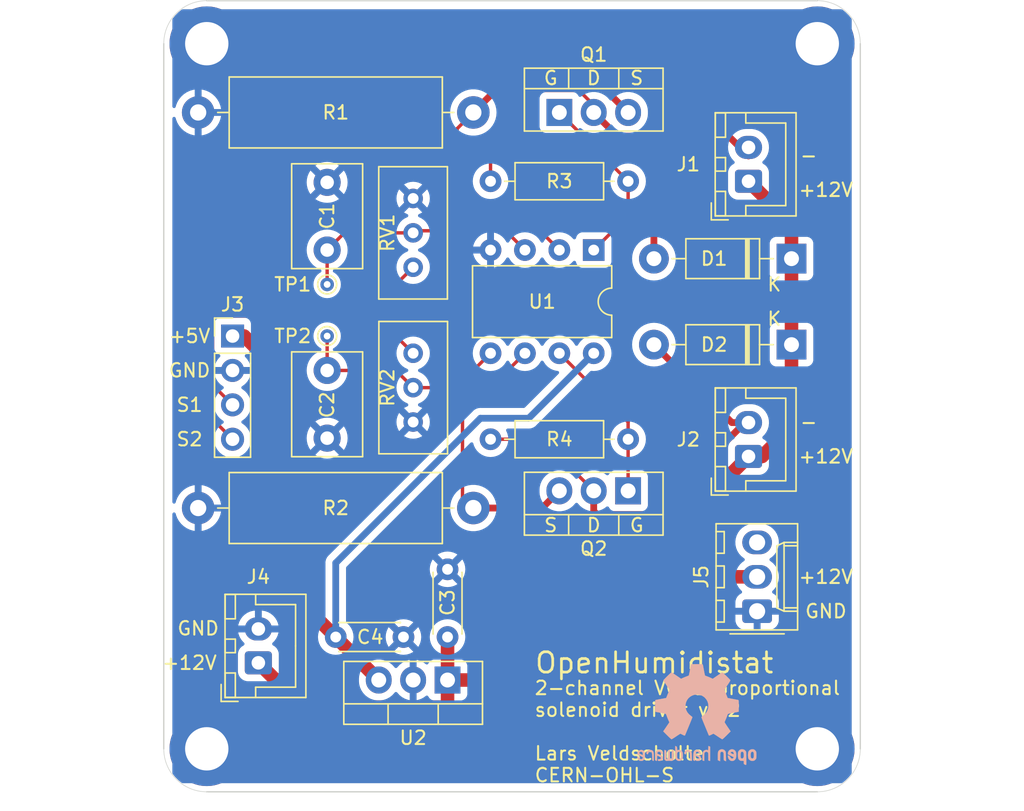
<source format=kicad_pcb>
(kicad_pcb (version 20221018) (generator pcbnew)
  (layers (0 "F.Cu" mixed) (31 "B.Cu" power) (34 "B.Paste" user) (35 "F.Paste" user) (36 "B.SilkS" user "B.Silkscreen") (37 "F.SilkS" user "F.Silkscreen") (38 "B.Mask" user) (39 "F.Mask" user) (44 "Edge.Cuts" user))
  (net 0 "")
  (net 1 "GND")
  (net 2 "/S1")
  (net 3 "/S2")
  (net 4 "+12V")
  (net 5 "+5V")
  (net 6 "Net-(U1A-+)")
  (net 7 "Net-(U1B-+)")
  (net 8 "/FET_gate_1")
  (net 9 "/FET_gate_2")
  (net 10 "/FET_drain_1")
  (net 11 "/FET_drain_2")
  (net 12 "/FET_source_1")
  (net 13 "/FET_source_2")
  (footprint "Capacitor_THT:C_Disc_D7.5mm_W5.0mm_P5.00mm" (layer "F.Cu") (at 46.99 139.7 90)
    (fp_text reference "C1" (at 2.5 0 90) (layer "F.SilkS"))
    (fp_text value "10u")
    (pad "1" thru_hole circle (at 0 0 90) (size 2 2) (drill 1) (layers "*.Cu" "*.Mask") (net 6 "Net-(U1A-+)"))
    (pad "2" thru_hole circle (at 5 0 90) (size 2 2) (drill 1) (layers "*.Cu" "*.Mask") (net 1 "GND"))
  )
  (footprint "Capacitor_THT:C_Disc_D7.5mm_W5.0mm_P5.00mm" (layer "F.Cu") (at 46.99 148.59 -90)
    (fp_text reference "C2" (at 2.54 0 90) (layer "F.SilkS"))
    (fp_text value "10u")
    (pad "1" thru_hole circle (at 0 0 270) (size 2 2) (drill 1) (layers "*.Cu" "*.Mask") (net 7 "Net-(U1B-+)"))
    (pad "2" thru_hole circle (at 5 0 270) (size 2 2) (drill 1) (layers "*.Cu" "*.Mask") (net 1 "GND"))
  )
  (footprint "Diode_THT:D_DO-41_SOD81_P10.16mm_Horizontal" (layer "F.Cu") (at 81.28 140.335 180)
    (fp_text reference "D1" (at 5.715 0) (layer "F.SilkS"))
    (fp_text value "D")
    (fp_text user "K" (at 1.27 -1.905) (layer "F.SilkS"))
    (pad "1" thru_hole rect (at 0 0 180) (size 2.2 2.2) (drill 1.1) (layers "*.Cu" "*.Mask") (net 4 "+12V"))
    (pad "2" thru_hole oval (at 10.16 0 180) (size 2.2 2.2) (drill 1.1) (layers "*.Cu" "*.Mask") (net 10 "/FET_drain_1"))
  )
  (footprint "Diode_THT:D_DO-41_SOD81_P10.16mm_Horizontal" (layer "F.Cu") (at 81.28 146.685 180)
    (fp_text reference "D2" (at 5.715 0) (layer "F.SilkS"))
    (fp_text value "D")
    (fp_text user "K" (at 1.27 1.905) (layer "F.SilkS"))
    (pad "1" thru_hole rect (at 0 0 180) (size 2.2 2.2) (drill 1.1) (layers "*.Cu" "*.Mask") (net 4 "+12V"))
    (pad "2" thru_hole oval (at 10.16 0 180) (size 2.2 2.2) (drill 1.1) (layers "*.Cu" "*.Mask") (net 11 "/FET_drain_2"))
  )
  (footprint "Connector_PinHeader_2.54mm:PinHeader_1x04_P2.54mm_Vertical" (layer "F.Cu") (at 40.005 146.05)
    (fp_text reference "J3" (at 0 -2.33) (layer "F.SilkS"))
    (fp_text value "Conn_01x04")
    (pad "1" thru_hole rect (at 0 0) (size 1.7 1.7) (drill 1) (layers "*.Cu" "*.Mask") (net 5 "+5V"))
    (pad "2" thru_hole oval (at 0 2.54) (size 1.7 1.7) (drill 1) (layers "*.Cu" "*.Mask") (net 1 "GND"))
    (pad "3" thru_hole oval (at 0 5.08) (size 1.7 1.7) (drill 1) (layers "*.Cu" "*.Mask") (net 3 "/S2"))
    (pad "4" thru_hole oval (at 0 7.62) (size 1.7 1.7) (drill 1) (layers "*.Cu" "*.Mask") (net 2 "/S1"))
  )
  (footprint "project_footprints:TO-220-3_Vertical_heatsink" (layer "F.Cu") (at 64.135 129.54)
    (fp_text reference "Q1" (at 2.54 -4.27) (layer "F.SilkS"))
    (fp_text value "IRLZ34N")
    (pad "1" thru_hole rect (at 0 0) (size 1.905 2) (drill 1.1) (layers "*.Cu" "*.Mask") (net 8 "/FET_gate_1"))
    (pad "2" thru_hole oval (at 2.54 0) (size 1.905 2) (drill 1.1) (layers "*.Cu" "*.Mask") (net 10 "/FET_drain_1"))
    (pad "3" thru_hole oval (at 5.08 0) (size 1.905 2) (drill 1.1) (layers "*.Cu" "*.Mask") (net 12 "/FET_source_1"))
  )
  (footprint "project_footprints:TO-220-3_Vertical_heatsink" (layer "F.Cu") (at 69.215 157.48 180)
    (fp_text reference "Q2" (at 2.54 -4.27 180) (layer "F.SilkS"))
    (fp_text value "IRLZ34N")
    (pad "1" thru_hole rect (at 0 0 180) (size 1.905 2) (drill 1.1) (layers "*.Cu" "*.Mask") (net 9 "/FET_gate_2"))
    (pad "2" thru_hole oval (at 2.54 0 180) (size 1.905 2) (drill 1.1) (layers "*.Cu" "*.Mask") (net 11 "/FET_drain_2"))
    (pad "3" thru_hole oval (at 5.08 0 180) (size 1.905 2) (drill 1.1) (layers "*.Cu" "*.Mask") (net 13 "/FET_source_2"))
  )
  (footprint "Resistor_THT:R_Axial_DIN0516_L15.5mm_D5.0mm_P20.32mm_Horizontal" (layer "F.Cu") (at 57.785 129.54 180)
    (fp_text reference "R1" (at 10.16 0) (layer "F.SilkS"))
    (fp_text value "1")
    (pad "1" thru_hole circle (at 0 0 180) (size 2.4 2.4) (drill 1.2) (layers "*.Cu" "*.Mask") (net 12 "/FET_source_1"))
    (pad "2" thru_hole oval (at 20.32 0 180) (size 2.4 2.4) (drill 1.2) (layers "*.Cu" "*.Mask") (net 1 "GND"))
  )
  (footprint "Resistor_THT:R_Axial_DIN0207_L6.3mm_D2.5mm_P10.16mm_Horizontal" (layer "F.Cu") (at 59.055 134.62)
    (fp_text reference "R3" (at 5.08 0) (layer "F.SilkS"))
    (fp_text value "1k")
    (pad "1" thru_hole circle (at 0 0) (size 1.6 1.6) (drill 0.8) (layers "*.Cu" "*.Mask") (net 10 "/FET_drain_1"))
    (pad "2" thru_hole oval (at 10.16 0) (size 1.6 1.6) (drill 0.8) (layers "*.Cu" "*.Mask") (net 8 "/FET_gate_1"))
  )
  (footprint "Resistor_THT:R_Axial_DIN0207_L6.3mm_D2.5mm_P10.16mm_Horizontal" (layer "F.Cu") (at 59.055 153.67)
    (fp_text reference "R4" (at 5.08 0) (layer "F.SilkS"))
    (fp_text value "1k")
    (pad "1" thru_hole circle (at 0 0) (size 1.6 1.6) (drill 0.8) (layers "*.Cu" "*.Mask") (net 11 "/FET_drain_2"))
    (pad "2" thru_hole oval (at 10.16 0) (size 1.6 1.6) (drill 0.8) (layers "*.Cu" "*.Mask") (net 9 "/FET_gate_2"))
  )
  (footprint "Potentiometer_THT:Potentiometer_Bourns_3296W_Vertical" (layer "F.Cu") (at 53.34 140.97 -90)
    (fp_text reference "RV1" (at -2.54 1.905 90) (layer "F.SilkS"))
    (fp_text value "5k")
    (pad "1" thru_hole circle (at 0 0 270) (size 1.44 1.44) (drill 0.8) (layers "*.Cu" "*.Mask") (net 2 "/S1"))
    (pad "2" thru_hole circle (at -2.54 0 270) (size 1.44 1.44) (drill 0.8) (layers "*.Cu" "*.Mask") (net 6 "Net-(U1A-+)"))
    (pad "3" thru_hole circle (at -5.08 0 270) (size 1.44 1.44) (drill 0.8) (layers "*.Cu" "*.Mask") (net 1 "GND"))
  )
  (footprint "Potentiometer_THT:Potentiometer_Bourns_3296W_Vertical" (layer "F.Cu") (at 53.34 147.32 90)
    (fp_text reference "RV2" (at -2.54 -1.905 90) (layer "F.SilkS"))
    (fp_text value "5k")
    (pad "1" thru_hole circle (at 0 0 90) (size 1.44 1.44) (drill 0.8) (layers "*.Cu" "*.Mask") (net 3 "/S2"))
    (pad "2" thru_hole circle (at -2.54 0 90) (size 1.44 1.44) (drill 0.8) (layers "*.Cu" "*.Mask") (net 7 "Net-(U1B-+)"))
    (pad "3" thru_hole circle (at -5.08 0 90) (size 1.44 1.44) (drill 0.8) (layers "*.Cu" "*.Mask") (net 1 "GND"))
  )
  (footprint "Package_DIP:DIP-8_W7.62mm" (layer "F.Cu") (at 66.675 139.7 -90)
    (fp_text reference "U1" (at 3.81 3.81 180) (layer "F.SilkS"))
    (fp_text value "LM358")
    (pad "1" thru_hole rect (at 0 0 270) (size 1.6 1.6) (drill 0.8) (layers "*.Cu" "*.Mask") (net 8 "/FET_gate_1"))
    (pad "2" thru_hole oval (at 0 2.54 270) (size 1.6 1.6) (drill 0.8) (layers "*.Cu" "*.Mask") (net 12 "/FET_source_1"))
    (pad "3" thru_hole oval (at 0 5.08 270) (size 1.6 1.6) (drill 0.8) (layers "*.Cu" "*.Mask") (net 6 "Net-(U1A-+)"))
    (pad "4" thru_hole oval (at 0 7.62 270) (size 1.6 1.6) (drill 0.8) (layers "*.Cu" "*.Mask") (net 1 "GND"))
    (pad "5" thru_hole oval (at 7.62 7.62 270) (size 1.6 1.6) (drill 0.8) (layers "*.Cu" "*.Mask") (net 7 "Net-(U1B-+)"))
    (pad "6" thru_hole oval (at 7.62 5.08 270) (size 1.6 1.6) (drill 0.8) (layers "*.Cu" "*.Mask") (net 13 "/FET_source_2"))
    (pad "7" thru_hole oval (at 7.62 2.54 270) (size 1.6 1.6) (drill 0.8) (layers "*.Cu" "*.Mask") (net 9 "/FET_gate_2"))
    (pad "8" thru_hole oval (at 7.62 0 270) (size 1.6 1.6) (drill 0.8) (layers "*.Cu" "*.Mask") (net 5 "+5V"))
  )
  (footprint "Resistor_THT:R_Axial_DIN0516_L15.5mm_D5.0mm_P20.32mm_Horizontal" (layer "F.Cu") (at 57.785 158.75 180)
    (fp_text reference "R2" (at 10.16 0) (layer "F.SilkS"))
    (fp_text value "1")
    (pad "1" thru_hole circle (at 0 0 180) (size 2.4 2.4) (drill 1.2) (layers "*.Cu" "*.Mask") (net 13 "/FET_source_2"))
    (pad "2" thru_hole oval (at 20.32 0 180) (size 2.4 2.4) (drill 1.2) (layers "*.Cu" "*.Mask") (net 1 "GND"))
  )
  (footprint "Connector_JST:JST_XH_B2B-XH-A_1x02_P2.50mm_Vertical" (layer "F.Cu") (at 41.91 170.18 90)
    (fp_text reference "J4" (at 6.35 0 180) (layer "F.SilkS"))
    (fp_text value "Conn_01x02")
    (pad "1" thru_hole roundrect (at 0 0 90) (size 1.7 2) (drill 1) (layers "*.Cu" "*.Mask") (roundrect_rratio 0.1470588235) (net 4 "+12V"))
    (pad "2" thru_hole oval (at 2.5 0 90) (size 1.7 2) (drill 1) (layers "*.Cu" "*.Mask") (net 1 "GND"))
  )
  (footprint "project_footprints:TO-220-3_Vertical_heatsink" (layer "F.Cu") (at 55.88 171.45 180)
    (fp_text reference "U2" (at 2.54 -4.27 180) (layer "F.SilkS"))
    (fp_text value "L7805")
    (pad "1" thru_hole rect (at 0 0 180) (size 1.905 2) (drill 1.1) (layers "*.Cu" "*.Mask") (net 4 "+12V"))
    (pad "2" thru_hole oval (at 2.54 0 180) (size 1.905 2) (drill 1.1) (layers "*.Cu" "*.Mask") (net 1 "GND"))
    (pad "3" thru_hole oval (at 5.08 0 180) (size 1.905 2) (drill 1.1) (layers "*.Cu" "*.Mask") (net 5 "+5V"))
  )
  (footprint "Capacitor_THT:C_Disc_D4.3mm_W1.9mm_P5.00mm" (layer "F.Cu") (at 55.88 168.275 90)
    (fp_text reference "C3" (at 2.54 0 90) (layer "F.SilkS"))
    (fp_text value "0.33 u")
    (pad "1" thru_hole circle (at 0 0 90) (size 1.6 1.6) (drill 0.8) (layers "*.Cu" "*.Mask") (net 4 "+12V"))
    (pad "2" thru_hole circle (at 5 0 90) (size 1.6 1.6) (drill 0.8) (layers "*.Cu" "*.Mask") (net 1 "GND"))
  )
  (footprint "Capacitor_THT:C_Disc_D4.3mm_W1.9mm_P5.00mm" (layer "F.Cu") (at 47.625 168.275)
    (fp_text reference "C4" (at 2.54 0) (layer "F.SilkS"))
    (fp_text value "0.1 u")
    (pad "1" thru_hole circle (at 0 0) (size 1.6 1.6) (drill 0.8) (layers "*.Cu" "*.Mask") (net 5 "+5V"))
    (pad "2" thru_hole circle (at 5 0) (size 1.6 1.6) (drill 0.8) (layers "*.Cu" "*.Mask") (net 1 "GND"))
  )
  (footprint "Connector_JST:JST_XH_B2B-XH-A_1x02_P2.50mm_Vertical" (layer "F.Cu") (at 78.105 154.94 90)
    (fp_text reference "J2" (at 1.25 -4.445 180) (layer "F.SilkS"))
    (fp_text value "Conn_01x02")
    (pad "1" thru_hole roundrect (at 0 0 90) (size 1.7 2) (drill 1) (layers "*.Cu" "*.Mask") (roundrect_rratio 0.1470588235) (net 4 "+12V"))
    (pad "2" thru_hole oval (at 2.5 0 90) (size 1.7 2) (drill 1) (layers "*.Cu" "*.Mask") (net 11 "/FET_drain_2"))
  )
  (footprint "Connector_JST:JST_XH_B2B-XH-A_1x02_P2.50mm_Vertical" (layer "F.Cu") (at 78.105 134.62 90)
    (fp_text reference "J1" (at 1.25 -4.445 180) (layer "F.SilkS"))
    (fp_text value "Conn_01x02")
    (pad "1" thru_hole roundrect (at 0 0 90) (size 1.7 2) (drill 1) (layers "*.Cu" "*.Mask") (roundrect_rratio 0.1470588235) (net 4 "+12V"))
    (pad "2" thru_hole oval (at 2.5 0 90) (size 1.7 2) (drill 1) (layers "*.Cu" "*.Mask") (net 10 "/FET_drain_1"))
  )
  (footprint "MountingHole:MountingHole_3.2mm_M3_ISO14580_Pad" (layer "F.Cu") (at 83.185 176.53)
    (fp_text reference "REF**" hide)
    (fp_text value "MountingHole_3.2mm_M3_ISO14580_Pad")
    (pad "1" thru_hole circle (at 0 0) (size 5.5 5.5) (drill 3.2) (layers "*.Cu" "*.Mask") (net 1 "GND"))
  )
  (footprint "MountingHole:MountingHole_3.2mm_M3_ISO14580_Pad" (layer "F.Cu") (at 83.185 124.46)
    (fp_text reference "REF**" hide)
    (fp_text value "MountingHole_3.2mm_M3_ISO14580_Pad")
    (pad "1" thru_hole circle (at 0 0) (size 5.5 5.5) (drill 3.2) (layers "*.Cu" "*.Mask") (net 1 "GND"))
  )
  (footprint "MountingHole:MountingHole_3.2mm_M3_ISO14580_Pad" (layer "F.Cu") (at 38.1 124.46)
    (fp_text reference "REF**" hide)
    (fp_text value "MountingHole_3.2mm_M3_ISO14580_Pad")
    (pad "1" thru_hole circle (at 0 0) (size 5.5 5.5) (drill 3.2) (layers "*.Cu" "*.Mask") (net 1 "GND"))
  )
  (footprint "TestPoint:TestPoint_THTPad_D1.0mm_Drill0.5mm" (layer "F.Cu") (at 46.99 146.05)
    (fp_text reference "TP2" (at -2.54 0) (layer "F.SilkS"))
    (fp_text value "TestPoint_Probe")
    (pad "1" thru_hole circle (at 0 0) (size 1 1) (drill 0.5) (layers "*.Cu" "*.Mask") (net 7 "Net-(U1B-+)"))
  )
  (footprint "TestPoint:TestPoint_THTPad_D1.0mm_Drill0.5mm" (layer "F.Cu") (at 46.99 142.24)
    (fp_text reference "TP1" (at -2.54 0) (layer "F.SilkS"))
    (fp_text value "TestPoint_Probe")
    (pad "1" thru_hole circle (at 0 0) (size 1 1) (drill 0.5) (layers "*.Cu" "*.Mask") (net 6 "Net-(U1A-+)"))
  )
  (footprint "MountingHole:MountingHole_3.2mm_M3_ISO14580_Pad" (layer "F.Cu") (at 38.1 176.53)
    (fp_text reference "REF**" hide)
    (fp_text value "MountingHole_3.2mm_M3_ISO14580_Pad")
    (pad "1" thru_hole circle (at 0 0) (size 5.5 5.5) (drill 3.2) (layers "*.Cu" "*.Mask") (net 1 "GND"))
  )
  (footprint "Connector_Molex:Molex_KK-254_AE-6410-03A_1x03_P2.54mm_Vertical" (layer "F.Cu") (at 78.74 166.37 90)
    (fp_text reference "J5" (at 2.54 -4.12 90) (layer "F.SilkS"))
    (fp_text value "Conn_01x03")
    (pad "1" thru_hole roundrect (at 0 0 90) (size 1.74 2.19) (drill 1.19) (layers "*.Cu" "*.Mask") (roundrect_rratio 0.143678) (net 1 "GND"))
    (pad "2" thru_hole oval (at 2.54 0 90) (size 1.74 2.19) (drill 1.19) (layers "*.Cu" "*.Mask") (net 4 "+12V"))
    (pad "3" thru_hole oval (at 5.08 0 90) (size 1.74 2.19) (drill 1.19) (layers "*.Cu" "*.Mask"))
  )
  (footprint "Symbol:OSHW-Logo2_9.8x8mm_SilkScreen" (layer "B.Cu") (at 74.295 173.99 180)
    (fp_text reference "REF**" hide)
    (fp_text value "OSHW-Logo2_9.8x8mm_SilkScreen" hide)
  )
  (gr_line (start 38.1 121.285) (end 83.185 121.285) (stroke (width 0.1)) (layer "Edge.Cuts"))
  (gr_arc (start 86.36 176.53) (mid 85.430064 178.775064) (end 83.185 179.705) (stroke (width 0.05)) (layer "Edge.Cuts"))
  (gr_line (start 34.925 176.53) (end 34.925 124.46) (stroke (width 0.1)) (layer "Edge.Cuts"))
  (gr_line (start 83.185 179.705) (end 38.1 179.705) (stroke (width 0.1)) (layer "Edge.Cuts"))
  (gr_line (start 86.36 124.46) (end 86.36 176.53) (stroke (width 0.1)) (layer "Edge.Cuts"))
  (gr_arc (start 38.1 179.705) (mid 35.854936 178.775064) (end 34.925 176.53) (stroke (width 0.05)) (layer "Edge.Cuts"))
  (gr_arc (start 34.925 124.46) (mid 35.854936 122.214936) (end 38.1 121.285) (stroke (width 0.05)) (layer "Edge.Cuts"))
  (gr_arc (start 83.185 121.285) (mid 85.430064 122.214936) (end 86.36 124.46) (stroke (width 0.05)) (layer "Edge.Cuts"))
  (gr_text "D" (at 66.675 160.02) (layer "F.SilkS") (effects (font (size 1 1))))
  (gr_text "S" (at 63.5 160.02) (layer "F.SilkS") (effects (font (size 1 1))))
  (gr_text "G" (at 69.85 160.02) (layer "F.SilkS") (effects (font (size 1 1))))
  (gr_text "+12V" (at 83.82 135.255) (layer "F.SilkS") (effects (font (size 1 1))))
  (gr_text "-" (at 82.55 132.715) (layer "F.SilkS") (effects (font (size 1 1))))
  (gr_text "GND" (at 37.465 167.64) (layer "F.SilkS") (effects (font (size 1 1))))
  (gr_text "GND" (at 83.82 166.37) (layer "F.SilkS") (effects (font (size 1 1))))
  (gr_text "-" (at 82.55 152.4) (layer "F.SilkS") (effects (font (size 1 1))))
  (gr_text "S" (at 69.85 127) (layer "F.SilkS") (effects (font (size 1 1))))
  (gr_text "+5V" (at 36.83 146.05) (layer "F.SilkS") (effects (font (size 1 1))))
  (gr_text "+12V" (at 83.82 163.83) (layer "F.SilkS") (effects (font (size 1 1))))
  (gr_text "2-channel VCCS proportional\nsolenoid driver v1.2\n\nLars Veldscholte\nCERN-OHL-S" (at 62.23 175.26) (layer "F.SilkS") (effects (font (size 1 1)) (justify left)))
  (gr_text "GND" (at 36.83 148.59) (layer "F.SilkS") (effects (font (size 1 1))))
  (gr_text "+12V" (at 36.83 170.18) (layer "F.SilkS") (effects (font (size 1 1))))
  (gr_text "G" (at 63.5 127) (layer "F.SilkS") (effects (font (size 1 1))))
  (gr_text "OpenHumidistat" (at 62.23 170.18) (layer "F.SilkS") (effects (font (size 1.5 1.5) (thickness 0.2)) (justify left)))
  (gr_text "S2" (at 36.83 153.67) (layer "F.SilkS") (effects (font (size 1 1))))
  (gr_text "D" (at 66.675 127) (layer "F.SilkS") (effects (font (size 1 1))))
  (gr_text "+12V" (at 83.82 154.94) (layer "F.SilkS") (effects (font (size 1 1))))
  (gr_text "S1" (at 36.83 151.13) (layer "F.SilkS") (effects (font (size 1 1))))
  (segment (start 53.34 140.97) (end 50.484521 143.825479) (width 0.25) (layer "F.Cu") (net 2))
  (segment (start 37.77999 151.44499) (end 37.77999 144.389334) (width 0.25) (layer "F.Cu") (net 2))
  (segment (start 38.343845 143.825479) (end 37.77999 144.389334) (width 0.25) (layer "F.Cu") (net 2))
  (segment (start 40.005 153.67) (end 37.77999 151.44499) (width 0.25) (layer "F.Cu") (net 2))
  (segment (start 50.484521 143.825479) (end 38.343845 143.825479) (width 0.25) (layer "F.Cu") (net 2))
  (segment (start 38.654999 144.574999) (end 50.594999 144.574999) (width 0.25) (layer "F.Cu") (net 3))
  (segment (start 40.005 151.13) (end 38.529999 149.654999) (width 0.25) (layer "F.Cu") (net 3))
  (segment (start 38.529999 144.699999) (end 38.654999 144.574999) (width 0.25) (layer "F.Cu") (net 3))
  (segment (start 50.594999 144.574999) (end 53.34 147.32) (width 0.25) (layer "F.Cu") (net 3))
  (segment (start 38.529999 149.654999) (end 38.529999 144.699999) (width 0.25) (layer "F.Cu") (net 3))
  (segment (start 81.28 146.685) (end 81.28 140.335) (width 1) (layer "F.Cu") (net 4))
  (segment (start 78.74 163.83) (end 69.215 163.83) (width 1) (layer "F.Cu") (net 4))
  (segment (start 55.88 168.275) (end 55.88 171.45) (width 1) (layer "F.Cu") (net 4))
  (segment (start 78.105 154.94) (end 68.2625 164.7825) (width 1) (layer "F.Cu") (net 4))
  (segment (start 69.215 163.83) (end 68.2625 164.7825) (width 1) (layer "F.Cu") (net 4))
  (segment (start 81.28 137.795) (end 78.105 134.62) (width 1) (layer "F.Cu") (net 4))
  (segment (start 81.28 140.335) (end 81.28 137.795) (width 1) (layer "F.Cu") (net 4))
  (segment (start 45.18001 173.45001) (end 41.91 170.18) (width 1) (layer "F.Cu") (net 4))
  (segment (start 78.105 154.94) (end 79.105 154.94) (width 1) (layer "F.Cu") (net 4))
  (segment (start 79.105 154.94) (end 81.28 152.765) (width 1) (layer "F.Cu") (net 4))
  (segment (start 55.87999 173.45001) (end 45.18001 173.45001) (width 1) (layer "F.Cu") (net 4))
  (segment (start 55.88 173.45) (end 55.87999 173.45001) (width 1) (layer "F.Cu") (net 4))
  (segment (start 61.595 171.45) (end 55.88 171.45) (width 1) (layer "F.Cu") (net 4))
  (segment (start 55.88 171.45) (end 55.88 173.45) (width 1) (layer "F.Cu") (net 4))
  (segment (start 68.2625 164.7825) (end 61.595 171.45) (width 1) (layer "F.Cu") (net 4))
  (segment (start 81.28 152.765) (end 81.28 146.685) (width 1) (layer "F.Cu") (net 4))
  (segment (start 40.855 146.05) (end 44.87566 150.07066) (width 1) (layer "F.Cu") (net 5))
  (segment (start 40.005 146.05) (end 40.855 146.05) (width 1) (layer "F.Cu") (net 5))
  (segment (start 44.87566 150.07066) (end 44.87566 165.52566) (width 1) (layer "F.Cu") (net 5))
  (segment (start 44.87566 165.52566) (end 47.625 168.275) (width 1) (layer "F.Cu") (net 5))
  (segment (start 50.8 171.45) (end 47.625 168.275) (width 1) (layer "F.Cu") (net 5))
  (segment (start 47.625 162.805998) (end 47.625 168.275) (width 0.5) (layer "B.Cu") (net 5))
  (segment (start 66.675 147.32) (end 61.875001 152.119999) (width 0.5) (layer "B.Cu") (net 5))
  (segment (start 61.875001 152.119999) (end 58.310999 152.119999) (width 0.5) (layer "B.Cu") (net 5))
  (segment (start 58.310999 152.119999) (end 47.625 162.805998) (width 0.5) (layer "B.Cu") (net 5))
  (segment (start 48.26 138.43) (end 53.34 138.43) (width 0.25) (layer "F.Cu") (net 6))
  (segment (start 53.34 138.43) (end 53.495001 138.274999) (width 0.25) (layer "F.Cu") (net 6))
  (segment (start 46.99 139.7) (end 48.26 138.43) (width 0.25) (layer "F.Cu") (net 6))
  (segment (start 46.99 142.24) (end 46.99 139.7) (width 0.25) (layer "F.Cu") (net 6))
  (segment (start 60.169999 138.274999) (end 61.595 139.7) (width 0.25) (layer "F.Cu") (net 6))
  (segment (start 53.495001 138.274999) (end 60.169999 138.274999) (width 0.25) (layer "F.Cu") (net 6))
  (segment (start 52.07 148.59) (end 53.34 149.86) (width 0.25) (layer "F.Cu") (net 7))
  (segment (start 46.99 148.59) (end 52.07 148.59) (width 0.25) (layer "F.Cu") (net 7))
  (segment (start 46.99 146.05) (end 46.99 148.59) (width 0.25) (layer "F.Cu") (net 7))
  (segment (start 53.34 149.86) (end 56.515 149.86) (width 0.25) (layer "F.Cu") (net 7))
  (segment (start 56.515 149.86) (end 59.055 147.32) (width 0.25) (layer "F.Cu") (net 7))
  (segment (start 64.135 129.54) (end 69.215 134.62) (width 0.25) (layer "F.Cu") (net 8))
  (segment (start 69.215 134.62) (end 69.215 137.16) (width 0.25) (layer "F.Cu") (net 8))
  (segment (start 69.215 137.16) (end 66.675 139.7) (width 0.25) (layer "F.Cu") (net 8))
  (segment (start 69.215 153.67) (end 69.215 152.4) (width 0.25) (layer "F.Cu") (net 9))
  (segment (start 69.215 153.67) (end 69.215 157.48) (width 0.25) (layer "F.Cu") (net 9))
  (segment (start 69.215 152.4) (end 64.135 147.32) (width 0.25) (layer "F.Cu") (net 9))
  (segment (start 59.055 131.542498) (end 62.682499 127.914999) (width 0.25) (layer "F.Cu") (net 10))
  (segment (start 66.675 129.54) (end 68.42501 131.29001) (width 0.5) (layer "F.Cu") (net 10))
  (segment (start 71.12 140.335) (end 71.12 133.67502) (width 0.5) (layer "F.Cu") (net 10))
  (segment (start 65.587501 127.914999) (end 66.675 129.002498) (width 0.25) (layer "F.Cu") (net 10))
  (segment (start 62.682499 127.914999) (end 65.587501 127.914999) (width 0.25) (layer "F.Cu") (net 10))
  (segment (start 71.12 133.67502) (end 73.50501 131.29001) (width 0.5) (layer "F.Cu") (net 10))
  (segment (start 73.50501 131.29001) (end 76.64001 131.29001) (width 0.5) (layer "F.Cu") (net 10))
  (segment (start 68.42501 131.29001) (end 73.50501 131.29001) (width 0.5) (layer "F.Cu") (net 10))
  (segment (start 59.055 131.542498) (end 59.055 134.62) (width 0.25) (layer "F.Cu") (net 10))
  (segment (start 76.64001 131.29001) (end 78.105 132.755) (width 0.5) (layer "F.Cu") (net 10))
  (segment (start 66.675 129.002498) (end 66.675 129.54) (width 0.25) (layer "F.Cu") (net 10))
  (segment (start 76.875 152.44) (end 78.105 152.44) (width 0.5) (layer "F.Cu") (net 11))
  (segment (start 59.055 153.67) (end 62.865 153.67) (width 0.25) (layer "F.Cu") (net 11))
  (segment (start 76.875 152.44) (end 71.12 146.685) (width 0.5) (layer "F.Cu") (net 11))
  (segment (start 66.675 157.48) (end 66.675 158.98) (width 0.5) (layer "F.Cu") (net 11))
  (segment (start 66.675 158.98) (end 66.925001 159.230001) (width 0.5) (layer "F.Cu") (net 11))
  (segment (start 62.865 153.67) (end 66.675 157.48) (width 0.25) (layer "F.Cu") (net 11))
  (segment (start 71.050769 159.230001) (end 77.84077 152.44) (width 0.5) (layer "F.Cu") (net 11))
  (segment (start 66.925001 159.230001) (end 71.050769 159.230001) (width 0.5) (layer "F.Cu") (net 11))
  (segment (start 57.785 129.54) (end 60.285011 127.039989) (width 0.5) (layer "F.Cu") (net 12))
  (segment (start 60.285011 127.039989) (end 66.714989 127.039989) (width 0.5) (layer "F.Cu") (net 12))
  (segment (start 59.580436 137.16) (end 61.595 137.16) (width 0.25) (layer "F.Cu") (net 12))
  (segment (start 61.595 137.16) (end 64.135 139.7) (width 0.25) (layer "F.Cu") (net 12))
  (segment (start 56.585 134.164564) (end 59.580436 137.16) (width 0.25) (layer "F.Cu") (net 12))
  (segment (start 56.585 130.74) (end 56.585 134.164564) (width 0.25) (layer "F.Cu") (net 12))
  (segment (start 66.714989 127.039989) (end 69.215 129.54) (width 0.5) (layer "F.Cu") (net 12))
  (segment (start 57.785 129.54) (end 56.585 130.74) (width 0.25) (layer "F.Cu") (net 12))
  (segment (start 56.985001 157.950001) (end 57.785 158.75) (width 0.25) (layer "F.Cu") (net 13))
  (segment (start 56.985001 151.929999) (end 56.985001 157.950001) (width 0.25) (layer "F.Cu") (net 13))
  (segment (start 61.595 147.32) (end 56.985001 151.929999) (width 0.25) (layer "F.Cu") (net 13))
  (segment (start 57.785 158.75) (end 62.865 158.75) (width 0.5) (layer "F.Cu") (net 13))
  (segment (start 62.865 158.75) (end 64.135 157.48) (width 0.5) (layer "F.Cu") (net 13))
  (zone (net 1) (net_name "GND") (layer "B.Cu") (connect_pads (clearance 0.508)) (min_thickness 0.254) (fill yes (thermal_gap 0.508) (thermal_bridge_width 0.508))
    (polygon (pts (xy 85.725 179.07) (xy 35.56 179.07) (xy 35.56 121.92) (xy 85.725 121.92)))
  )
)
</source>
